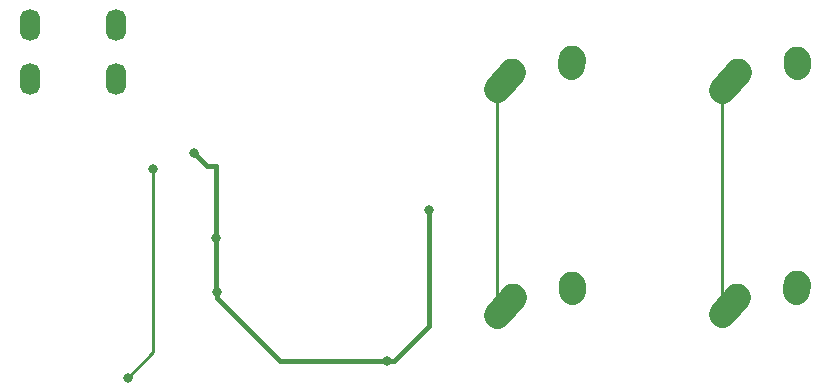
<source format=gtl>
G04 #@! TF.GenerationSoftware,KiCad,Pcbnew,(5.1.4)-1*
G04 #@! TF.CreationDate,2023-04-29T11:54:21-04:00*
G04 #@! TF.ProjectId,Evan-PCB-ISP,4576616e-2d50-4434-922d-4953502e6b69,rev?*
G04 #@! TF.SameCoordinates,Original*
G04 #@! TF.FileFunction,Copper,L1,Top*
G04 #@! TF.FilePolarity,Positive*
%FSLAX46Y46*%
G04 Gerber Fmt 4.6, Leading zero omitted, Abs format (unit mm)*
G04 Created by KiCad (PCBNEW (5.1.4)-1) date 2023-04-29 11:54:21*
%MOMM*%
%LPD*%
G04 APERTURE LIST*
%ADD10O,1.700000X2.700000*%
%ADD11C,2.250000*%
%ADD12C,2.250000*%
%ADD13C,0.800000*%
%ADD14C,0.381000*%
%ADD15C,0.254000*%
G04 APERTURE END LIST*
D10*
X116174500Y-83312000D03*
X123474500Y-83312000D03*
X123474500Y-87812000D03*
X116174500Y-87812000D03*
D11*
X176062000Y-106299500D03*
X175407001Y-107029500D03*
D12*
X174752000Y-107759500D02*
X176062002Y-106299500D01*
D11*
X181102000Y-105219500D03*
X181082000Y-105509500D03*
D12*
X181062000Y-105799500D02*
X181102000Y-105219500D01*
D11*
X176093750Y-87281250D03*
X175438751Y-88011250D03*
D12*
X174783750Y-88741250D02*
X176093752Y-87281250D01*
D11*
X181133750Y-86201250D03*
X181113750Y-86491250D03*
D12*
X181093750Y-86781250D02*
X181133750Y-86201250D01*
D11*
X157043750Y-106331250D03*
X156388751Y-107061250D03*
D12*
X155733750Y-107791250D02*
X157043752Y-106331250D01*
D11*
X162083750Y-105251250D03*
X162063750Y-105541250D03*
D12*
X162043750Y-105831250D02*
X162083750Y-105251250D01*
D11*
X157012000Y-87249500D03*
X156357001Y-87979500D03*
D12*
X155702000Y-88709500D02*
X157012002Y-87249500D01*
D11*
X162052000Y-86169500D03*
X162032000Y-86459500D03*
D12*
X162012000Y-86749500D02*
X162052000Y-86169500D01*
D13*
X131953000Y-101346000D03*
X130048000Y-94107000D03*
X132023250Y-105847750D03*
X146431000Y-111760000D03*
X149987000Y-98933000D03*
X126619000Y-95504000D03*
X124460000Y-113157000D03*
D14*
X131953000Y-101346000D02*
X131953000Y-95250000D01*
X131953000Y-95250000D02*
X131191000Y-95250000D01*
X131191000Y-95250000D02*
X130048000Y-94107000D01*
X131953000Y-105777500D02*
X132023250Y-105847750D01*
X131953000Y-101346000D02*
X131953000Y-105777500D01*
X132023250Y-106413435D02*
X137369815Y-111760000D01*
X132023250Y-105847750D02*
X132023250Y-106413435D01*
X137369815Y-111760000D02*
X146431000Y-111760000D01*
X146996685Y-111760000D02*
X149987000Y-108769685D01*
X146431000Y-111760000D02*
X146996685Y-111760000D01*
X149987000Y-108769685D02*
X149987000Y-98933000D01*
D15*
X155702000Y-107759500D02*
X155733750Y-107791250D01*
X155702000Y-88709500D02*
X155702000Y-107759500D01*
X174752000Y-105053000D02*
X174752000Y-107759500D01*
X174783750Y-105021250D02*
X174752000Y-105053000D01*
X174783750Y-88741250D02*
X174783750Y-105021250D01*
X126619000Y-95504000D02*
X126619000Y-110871000D01*
X126619000Y-110871000D02*
X126619000Y-110998000D01*
X126619000Y-110998000D02*
X124460000Y-113157000D01*
M02*

</source>
